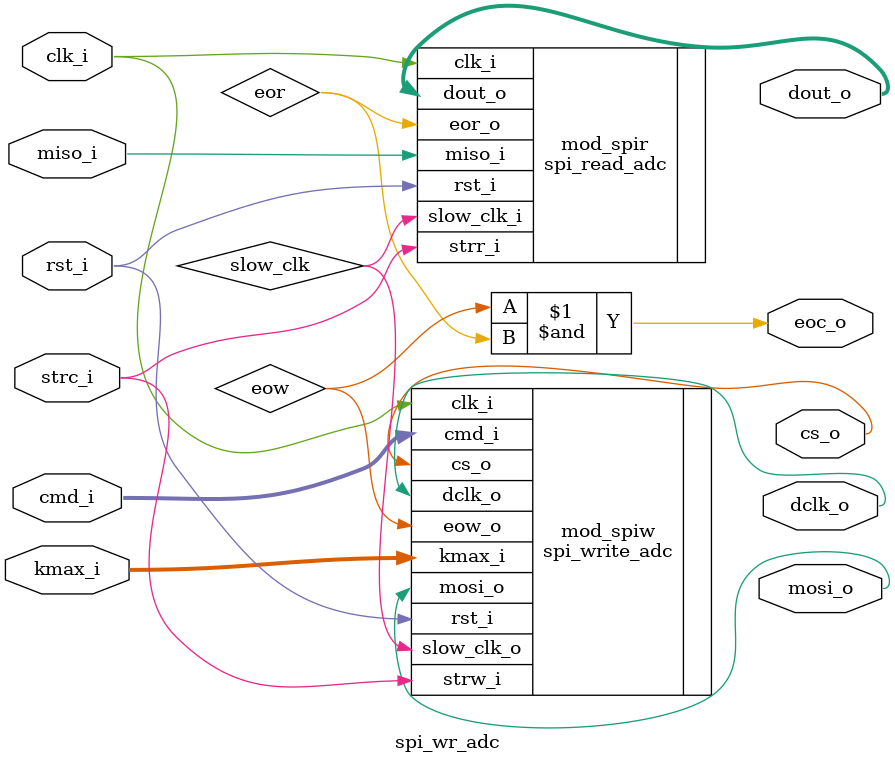
<source format=v>

module spi_wr_adc (
  input         rst_i,
  input         clk_i,
  input         strc_i,
  input   [7:0] cmd_i,
  input   [7:0] kmax_i,
  input         miso_i,
  output        mosi_o,
  output [11:0] dout_o,
  output        dclk_o,
  output        cs_o,
  output        eoc_o
);

  wire slow_clk, eow, eor;

  spi_write_adc mod_spiw (
    .rst_i(rst_i),
    .clk_i(clk_i),
    .strw_i(strc_i),
    .cmd_i(cmd_i),
    .kmax_i(kmax_i),
    .mosi_o(mosi_o),
    .dclk_o(dclk_o),
    .cs_o(cs_o),
    .eow_o(eow),
    .slow_clk_o(slow_clk)
  );
  
  spi_read_adc mod_spir (
    .rst_i(rst_i), 
    .clk_i(clk_i),
    .strr_i(strc_i), 
    .miso_i(miso_i), 
    .slow_clk_i(slow_clk), 
    .dout_o(dout_o), 
    .eor_o(eor)
  );
  
  assign eoc_o = eow & eor;

endmodule
</source>
